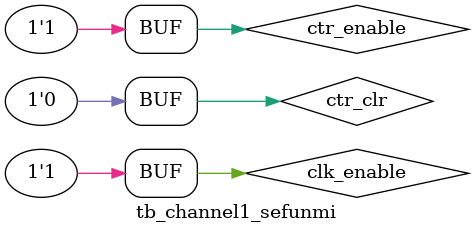
<source format=v>


`timescale 1ns/100ps

module tb_channel1_sefunmi();
   reg        clk_enable;	// Locally-created clock enable signal
   reg        ctr_enable;	// Locally-created counter enable signal
   reg        ctr_clr;		// Locally-created counter clear signal
   wire       clk_out;		// Clock produced by the clk module
   wire [9:0] data_transmited;	// Counter outputs for the two 4-bit counters
   wire [8:0] data_received;
   wire data_valid;
// Instantiate the clock generator with a period of 100 ns
   clk #(100) clk1(clk_enable, clk_out);

// Intantiate two versions of the counter. ctr1 uses the default values.
   transmit_sefunmi transmiter(clk_out, ctr_enable, ctr_clr, data_transmited);
// Intantiate two versions of the counter. ctr1 uses the default values.
   receive_sefunmi receiver(clk_out, data_transmited, data_valid, data_received);

// Sequence the ENABLE and CLR signals
   initial begin
      clk_enable = 1;
      ctr_enable = 0;
      ctr_clr = 0;
      #10  ctr_clr = 1;
      #40  ctr_clr = 0;
      #50  ctr_enable = 1;
   end
endmodule
</source>
